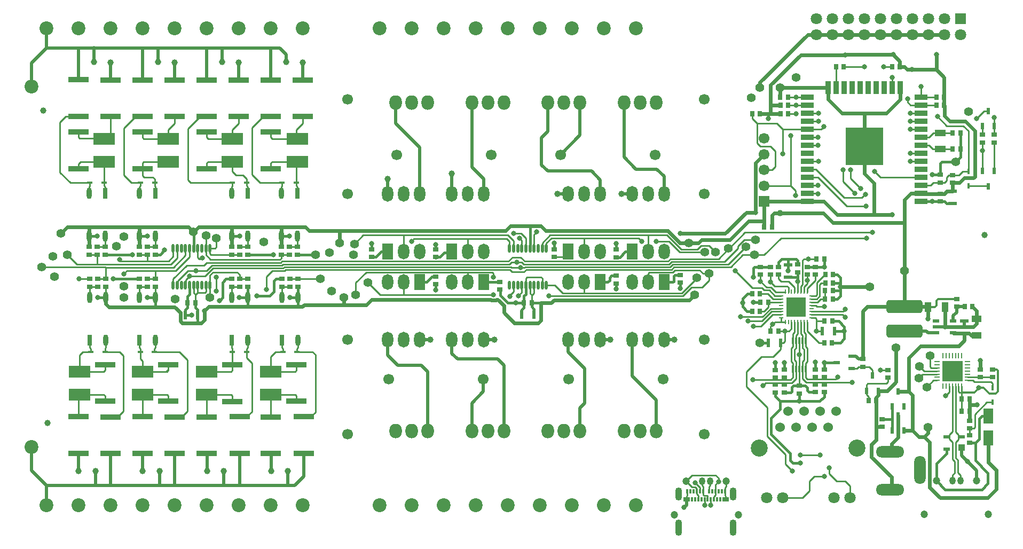
<source format=gtl>
%TF.GenerationSoftware,Altium Limited,Altium Designer,18.1.9 (240)*%
G04 Layer_Physical_Order=1*
G04 Layer_Color=255*
%FSLAX25Y25*%
%MOIN*%
%TF.FileFunction,Copper,L1,Top,Signal*%
%TF.Part,Single*%
G01*
G75*
%TA.AperFunction,SMDPad,CuDef*%
%ADD10C,0.03937*%
%ADD11R,0.01181X0.02756*%
%ADD12R,0.03937X0.02756*%
%ADD13O,0.03150X0.07087*%
%ADD14R,0.03150X0.07087*%
%ADD15R,0.03347X0.02756*%
%ADD16R,0.07874X0.03543*%
%ADD17R,0.03543X0.07874*%
%ADD18R,0.23622X0.23622*%
%ADD19R,0.02362X0.03937*%
%ADD20R,0.12795X0.12795*%
%ADD21O,0.03543X0.00984*%
%ADD22O,0.00984X0.03543*%
%ADD23R,0.00984X0.03543*%
%ADD24O,0.03150X0.00984*%
%ADD25O,0.00984X0.03150*%
%ADD26R,0.12205X0.12205*%
%ADD27R,0.03347X0.01772*%
%ADD28R,0.12795X0.03740*%
%ADD29R,0.13780X0.07677*%
%ADD30R,0.02953X0.03543*%
%ADD31O,0.07008X0.09843*%
%ADD32R,0.07008X0.09843*%
%ADD33O,0.01772X0.05512*%
%ADD34R,0.02165X0.05315*%
%ADD35R,0.02756X0.03347*%
%ADD36R,0.03937X0.02362*%
%ADD37R,0.03937X0.03937*%
%ADD38R,0.06299X0.09252*%
%ADD39R,0.01772X0.03347*%
%ADD40R,0.03543X0.02953*%
G04:AMPARAMS|DCode=41|XSize=82.68mil|YSize=228.35mil|CornerRadius=20.67mil|HoleSize=0mil|Usage=FLASHONLY|Rotation=90.000|XOffset=0mil|YOffset=0mil|HoleType=Round|Shape=RoundedRectangle|*
%AMROUNDEDRECTD41*
21,1,0.08268,0.18701,0,0,90.0*
21,1,0.04134,0.22835,0,0,90.0*
1,1,0.04134,0.09350,0.02067*
1,1,0.04134,0.09350,-0.02067*
1,1,0.04134,-0.09350,-0.02067*
1,1,0.04134,-0.09350,0.02067*
%
%ADD41ROUNDEDRECTD41*%
%ADD42R,0.03937X0.06496*%
%ADD43R,0.05315X0.02165*%
%ADD44R,0.06496X0.03937*%
%ADD45R,0.01260X0.04724*%
%ADD46O,0.01260X0.04724*%
%ADD47R,0.07087X0.03937*%
%TA.AperFunction,Conductor*%
%ADD48C,0.01575*%
%ADD49C,0.02362*%
%ADD50C,0.01000*%
%ADD51C,0.01968*%
%ADD52C,0.01181*%
%ADD53C,0.02165*%
%TA.AperFunction,ComponentPad*%
%ADD54C,0.04724*%
%ADD55O,0.03937X0.04724*%
%ADD56O,0.07087X0.17717*%
%ADD57O,0.17717X0.07087*%
%ADD58O,0.04331X0.08268*%
%ADD59O,0.04331X0.10236*%
%ADD60C,0.06693*%
%ADD61C,0.08661*%
%ADD62R,0.06693X0.06693*%
%TA.AperFunction,ViaPad*%
%ADD63C,0.08661*%
%TA.AperFunction,ComponentPad*%
%ADD64C,0.07087*%
%ADD65R,0.07087X0.07087*%
%ADD66O,0.07874X0.09055*%
%ADD67C,0.06000*%
%ADD68C,0.10630*%
%TA.AperFunction,ViaPad*%
%ADD69C,0.05512*%
%ADD70C,0.03150*%
%ADD71C,0.03937*%
%ADD72C,0.02362*%
%ADD73C,0.02756*%
D10*
X860000Y325000D02*
D03*
X275000Y207500D02*
D03*
X272500Y402500D02*
D03*
D11*
X698054Y164855D02*
D03*
X696086D02*
D03*
X694117D02*
D03*
X692149D02*
D03*
X690180D02*
D03*
X688212D02*
D03*
X695102Y159741D02*
D03*
X693133D02*
D03*
X691165D02*
D03*
X689196D02*
D03*
X687227D02*
D03*
X685259D02*
D03*
X683290D02*
D03*
X681322D02*
D03*
X679354D02*
D03*
X677385D02*
D03*
X674432Y164855D02*
D03*
X676401D02*
D03*
X678369D02*
D03*
X680338D02*
D03*
X682306D02*
D03*
X684275D02*
D03*
D12*
X674039Y159741D02*
D03*
X698448Y159735D02*
D03*
D13*
X311500Y285689D02*
D03*
X301500D02*
D03*
X311500Y259311D02*
D03*
X342496Y285689D02*
D03*
X332496D02*
D03*
X342496Y259311D02*
D03*
X400000Y285689D02*
D03*
X390000D02*
D03*
X400000Y259311D02*
D03*
X431500Y285689D02*
D03*
X421500D02*
D03*
X431500Y259311D02*
D03*
X421000Y324311D02*
D03*
X431000D02*
D03*
X421000Y350689D02*
D03*
X390000D02*
D03*
X400000Y324311D02*
D03*
X390000D02*
D03*
X332496Y350689D02*
D03*
X342496Y324311D02*
D03*
X332496D02*
D03*
X301000Y350689D02*
D03*
X311000Y324311D02*
D03*
X301000D02*
D03*
D14*
X301500Y259311D02*
D03*
X332496D02*
D03*
X390000D02*
D03*
X421500D02*
D03*
X431000Y350689D02*
D03*
X400000D02*
D03*
X342496D02*
D03*
X311000D02*
D03*
D15*
X557500Y295413D02*
D03*
Y290689D02*
D03*
X630000Y315724D02*
D03*
Y311000D02*
D03*
Y294655D02*
D03*
Y299379D02*
D03*
X670000Y295155D02*
D03*
Y299880D02*
D03*
X591500Y315811D02*
D03*
Y311087D02*
D03*
X517500Y315909D02*
D03*
Y311185D02*
D03*
Y294189D02*
D03*
Y298913D02*
D03*
X477500Y315909D02*
D03*
Y311185D02*
D03*
X431000Y312638D02*
D03*
Y317362D02*
D03*
X421500Y297362D02*
D03*
Y292638D02*
D03*
X390000Y297362D02*
D03*
Y292638D02*
D03*
X400000Y312638D02*
D03*
Y317362D02*
D03*
X332496Y297362D02*
D03*
Y292638D02*
D03*
X342500Y312638D02*
D03*
Y317362D02*
D03*
X311000Y312638D02*
D03*
Y317362D02*
D03*
X301500Y297362D02*
D03*
Y292638D02*
D03*
X850799Y195138D02*
D03*
Y199862D02*
D03*
Y204276D02*
D03*
Y209000D02*
D03*
X865000Y236107D02*
D03*
Y240832D02*
D03*
X842591Y280161D02*
D03*
Y284885D02*
D03*
X799866Y240592D02*
D03*
Y235868D02*
D03*
X783929Y242638D02*
D03*
Y247362D02*
D03*
X796000Y205205D02*
D03*
Y209929D02*
D03*
X729512Y231403D02*
D03*
Y226679D02*
D03*
Y235858D02*
D03*
Y240582D02*
D03*
X759991Y236107D02*
D03*
Y240832D02*
D03*
Y231562D02*
D03*
Y226838D02*
D03*
X754516Y304862D02*
D03*
Y300138D02*
D03*
X749386Y304862D02*
D03*
Y300138D02*
D03*
X731516Y304862D02*
D03*
Y300138D02*
D03*
X726499Y304862D02*
D03*
Y300138D02*
D03*
X720154Y304862D02*
D03*
Y300138D02*
D03*
X858733Y387362D02*
D03*
Y382638D02*
D03*
X866240Y382638D02*
D03*
Y387362D02*
D03*
X839972Y357500D02*
D03*
Y362224D02*
D03*
X306000Y317362D02*
D03*
Y312638D02*
D03*
X337500Y317362D02*
D03*
Y312638D02*
D03*
X395000Y317362D02*
D03*
Y312638D02*
D03*
Y292638D02*
D03*
Y297362D02*
D03*
X426500Y292638D02*
D03*
Y297362D02*
D03*
X337500Y292638D02*
D03*
Y297362D02*
D03*
X426000Y317362D02*
D03*
Y312638D02*
D03*
X306500Y297362D02*
D03*
Y292638D02*
D03*
D16*
X749508Y345827D02*
D03*
Y350827D02*
D03*
Y355827D02*
D03*
Y360827D02*
D03*
Y365827D02*
D03*
Y370827D02*
D03*
Y375827D02*
D03*
Y380827D02*
D03*
Y385827D02*
D03*
Y390827D02*
D03*
Y395827D02*
D03*
Y400827D02*
D03*
Y405827D02*
D03*
Y410827D02*
D03*
X820492D02*
D03*
Y405827D02*
D03*
Y400827D02*
D03*
Y395827D02*
D03*
Y390827D02*
D03*
Y385827D02*
D03*
Y380827D02*
D03*
Y375827D02*
D03*
Y370827D02*
D03*
Y365827D02*
D03*
Y360827D02*
D03*
Y355827D02*
D03*
Y350827D02*
D03*
Y345827D02*
D03*
D17*
X762500Y416693D02*
D03*
X767500D02*
D03*
X772500D02*
D03*
X777500D02*
D03*
X782500D02*
D03*
X787500D02*
D03*
X792500D02*
D03*
X797500D02*
D03*
X802500D02*
D03*
X807500D02*
D03*
D18*
X785000Y380079D02*
D03*
D19*
X862500Y402224D02*
D03*
X866240Y392776D02*
D03*
X858760D02*
D03*
X790000Y237112D02*
D03*
X793740Y227663D02*
D03*
X786260D02*
D03*
X806000Y227224D02*
D03*
X809740Y217776D02*
D03*
X802260D02*
D03*
X806000Y212224D02*
D03*
X809740Y202776D02*
D03*
X802260D02*
D03*
X862500Y355276D02*
D03*
X858760Y364724D02*
D03*
X866240D02*
D03*
D20*
X839972Y239966D02*
D03*
D21*
X830523Y234061D02*
D03*
Y236029D02*
D03*
Y237998D02*
D03*
Y239966D02*
D03*
Y241934D02*
D03*
Y243903D02*
D03*
Y245871D02*
D03*
X849421D02*
D03*
Y243903D02*
D03*
Y241934D02*
D03*
Y239966D02*
D03*
Y237998D02*
D03*
Y236029D02*
D03*
Y234061D02*
D03*
D22*
X834067Y249415D02*
D03*
X836035D02*
D03*
X838004D02*
D03*
X839972D02*
D03*
X841941D02*
D03*
X843909D02*
D03*
X845878D02*
D03*
Y230517D02*
D03*
X843909D02*
D03*
X841941D02*
D03*
X839972D02*
D03*
X838004D02*
D03*
X836035D02*
D03*
D23*
X834067D02*
D03*
D24*
X751965Y273110D02*
D03*
Y275079D02*
D03*
Y277047D02*
D03*
Y279016D02*
D03*
Y280984D02*
D03*
Y282953D02*
D03*
Y284921D02*
D03*
Y286890D02*
D03*
X733067D02*
D03*
Y284921D02*
D03*
Y282953D02*
D03*
Y280984D02*
D03*
Y279016D02*
D03*
Y277047D02*
D03*
Y275079D02*
D03*
Y273110D02*
D03*
D25*
X749405Y289449D02*
D03*
X747437D02*
D03*
X745469D02*
D03*
X743500D02*
D03*
X741532D02*
D03*
X739563D02*
D03*
X737595D02*
D03*
X735626D02*
D03*
Y270551D02*
D03*
X737595D02*
D03*
X739563D02*
D03*
X741532D02*
D03*
X743500D02*
D03*
X745469D02*
D03*
X747437D02*
D03*
X749405D02*
D03*
D26*
X742516Y280000D02*
D03*
D27*
X310429Y357500D02*
D03*
X301571D02*
D03*
X341929D02*
D03*
X333071D02*
D03*
X430429D02*
D03*
X421571D02*
D03*
X399429D02*
D03*
X390571D02*
D03*
X310929Y252000D02*
D03*
X302071D02*
D03*
X430851D02*
D03*
X421993D02*
D03*
X399351D02*
D03*
X390493D02*
D03*
X341847D02*
D03*
X332989D02*
D03*
D28*
X294500Y366281D02*
D03*
Y389115D02*
D03*
X334429Y366352D02*
D03*
Y389186D02*
D03*
X374500Y366281D02*
D03*
Y389115D02*
D03*
X414500Y366281D02*
D03*
Y389115D02*
D03*
X311000Y221083D02*
D03*
Y243917D02*
D03*
X430500Y221083D02*
D03*
Y243917D02*
D03*
X390571Y221012D02*
D03*
Y243847D02*
D03*
X350500Y221083D02*
D03*
Y243917D02*
D03*
X334500Y188583D02*
D03*
Y211417D02*
D03*
X434500Y398781D02*
D03*
Y421615D02*
D03*
X414500Y398793D02*
D03*
Y421627D02*
D03*
X394500Y398781D02*
D03*
Y421615D02*
D03*
X374465Y398816D02*
D03*
Y421651D02*
D03*
X354429Y398781D02*
D03*
Y421615D02*
D03*
X334500Y398840D02*
D03*
Y421674D02*
D03*
X314429Y398852D02*
D03*
Y421686D02*
D03*
X294500Y398863D02*
D03*
Y421698D02*
D03*
X435000Y211417D02*
D03*
Y188583D02*
D03*
X414571Y211347D02*
D03*
Y188512D02*
D03*
X395000Y211417D02*
D03*
Y188583D02*
D03*
X374571Y211347D02*
D03*
Y188512D02*
D03*
X354571Y211280D02*
D03*
Y188445D02*
D03*
X314571Y211347D02*
D03*
Y188512D02*
D03*
X294500Y211417D02*
D03*
Y188583D02*
D03*
D29*
X310500Y384883D02*
D03*
Y370513D02*
D03*
X350429Y384954D02*
D03*
Y370584D02*
D03*
X390500Y384883D02*
D03*
Y370513D02*
D03*
X431000Y384883D02*
D03*
Y370513D02*
D03*
X295000Y225315D02*
D03*
Y239685D02*
D03*
X414500Y239685D02*
D03*
Y225315D02*
D03*
X374571Y239614D02*
D03*
Y225244D02*
D03*
X334500Y239685D02*
D03*
Y225315D02*
D03*
D30*
X722555Y330000D02*
D03*
X727476D02*
D03*
X577461Y282500D02*
D03*
X572539D02*
D03*
X367461D02*
D03*
X362539D02*
D03*
X732579Y410877D02*
D03*
X737500D02*
D03*
X850799Y215000D02*
D03*
X845878D02*
D03*
X850799Y222500D02*
D03*
X845878D02*
D03*
X720094Y282953D02*
D03*
X725016D02*
D03*
X764976Y271110D02*
D03*
X760055D02*
D03*
X765488Y290098D02*
D03*
X760567D02*
D03*
X765488Y284953D02*
D03*
X760567D02*
D03*
X726555Y265000D02*
D03*
X731476D02*
D03*
X840039Y388500D02*
D03*
X844961D02*
D03*
X840067Y378579D02*
D03*
X844988D02*
D03*
D31*
X620000Y350413D02*
D03*
X610000D02*
D03*
X600000D02*
D03*
X620000Y314587D02*
D03*
X610000D02*
D03*
X660000Y350413D02*
D03*
X650000D02*
D03*
X640000D02*
D03*
X660000Y314587D02*
D03*
X650000D02*
D03*
X640000Y259587D02*
D03*
X650000D02*
D03*
X660000D02*
D03*
X640000Y295413D02*
D03*
X650000D02*
D03*
X600000Y259587D02*
D03*
X610000D02*
D03*
X620000D02*
D03*
X600000Y295413D02*
D03*
X610000D02*
D03*
X527500Y259587D02*
D03*
X537500D02*
D03*
X547500D02*
D03*
X527500Y295413D02*
D03*
X537500D02*
D03*
X487500Y259587D02*
D03*
X497500D02*
D03*
X507500D02*
D03*
X487500Y295413D02*
D03*
X497500D02*
D03*
X507500Y350512D02*
D03*
X497500D02*
D03*
X487500D02*
D03*
X507500Y314685D02*
D03*
X497500D02*
D03*
X547500Y350413D02*
D03*
X537500D02*
D03*
X527500D02*
D03*
X547500Y314587D02*
D03*
X537500D02*
D03*
D32*
X600000D02*
D03*
X640000D02*
D03*
X660000Y295413D02*
D03*
X620000D02*
D03*
X547500D02*
D03*
X507500D02*
D03*
X487500Y314685D02*
D03*
X527500Y314587D02*
D03*
D33*
X563484Y293386D02*
D03*
X566043D02*
D03*
X568602D02*
D03*
X571161D02*
D03*
X573721D02*
D03*
X576279D02*
D03*
X578839D02*
D03*
X581398D02*
D03*
X583957D02*
D03*
X586516D02*
D03*
X563484Y316614D02*
D03*
X566043D02*
D03*
X568602D02*
D03*
X571161D02*
D03*
X573721D02*
D03*
X576279D02*
D03*
X578839D02*
D03*
X581398D02*
D03*
X583957D02*
D03*
X586516D02*
D03*
X376516D02*
D03*
X373957D02*
D03*
X371398D02*
D03*
X368839D02*
D03*
X366280D02*
D03*
X363720D02*
D03*
X361161D02*
D03*
X358602D02*
D03*
X356043D02*
D03*
X353484D02*
D03*
X376516Y293386D02*
D03*
X373957D02*
D03*
X371398D02*
D03*
X368839D02*
D03*
X366280D02*
D03*
X363720D02*
D03*
X361161D02*
D03*
X358602D02*
D03*
X356043D02*
D03*
X353484D02*
D03*
D34*
X571161Y275079D02*
D03*
X578839D02*
D03*
X361087Y274913D02*
D03*
X368764D02*
D03*
X732854Y257500D02*
D03*
X725177D02*
D03*
X758661Y265000D02*
D03*
X766339D02*
D03*
D35*
X807224Y430000D02*
D03*
X802500D02*
D03*
X767500D02*
D03*
X772224D02*
D03*
X737394Y405827D02*
D03*
X732670D02*
D03*
X715138Y400500D02*
D03*
X719862D02*
D03*
X852453Y280146D02*
D03*
X847728D02*
D03*
X792361Y221551D02*
D03*
X787637D02*
D03*
X765350Y294935D02*
D03*
X760626D02*
D03*
X759977Y309922D02*
D03*
X755252D02*
D03*
X715154Y277325D02*
D03*
X719878D02*
D03*
X715193Y288228D02*
D03*
X719917D02*
D03*
X764892Y257500D02*
D03*
X760167D02*
D03*
X765362Y300138D02*
D03*
X760638D02*
D03*
X834862Y410815D02*
D03*
X830138D02*
D03*
X732670Y400500D02*
D03*
X737394D02*
D03*
X834862Y405827D02*
D03*
X830138D02*
D03*
D36*
X836276Y191260D02*
D03*
Y198740D02*
D03*
X845724D02*
D03*
X829677Y271209D02*
D03*
Y267469D02*
D03*
Y263728D02*
D03*
X840504D02*
D03*
Y271209D02*
D03*
X767807Y245349D02*
D03*
X777256Y249089D02*
D03*
Y241609D02*
D03*
D37*
X845724Y192047D02*
D03*
D38*
X862500Y198201D02*
D03*
Y211799D02*
D03*
D39*
X865000Y229429D02*
D03*
Y220571D02*
D03*
X850000Y355571D02*
D03*
Y364429D02*
D03*
D40*
X857500Y240997D02*
D03*
Y236076D02*
D03*
X754497Y240997D02*
D03*
Y236076D02*
D03*
Y226738D02*
D03*
Y231659D02*
D03*
X734941Y226537D02*
D03*
Y231458D02*
D03*
X734965Y240734D02*
D03*
Y235813D02*
D03*
X744484Y230846D02*
D03*
Y225925D02*
D03*
X743500Y306583D02*
D03*
Y301661D02*
D03*
X832500Y362461D02*
D03*
Y357539D02*
D03*
Y345765D02*
D03*
Y350687D02*
D03*
X301000Y317461D02*
D03*
Y312539D02*
D03*
X332496Y317461D02*
D03*
Y312539D02*
D03*
X390000Y317461D02*
D03*
Y312539D02*
D03*
X400000Y292539D02*
D03*
Y297461D02*
D03*
X431500Y292539D02*
D03*
Y297461D02*
D03*
X342496Y292539D02*
D03*
Y297461D02*
D03*
X421000Y317461D02*
D03*
Y312539D02*
D03*
X311500Y297461D02*
D03*
Y292539D02*
D03*
D41*
X810000Y264791D02*
D03*
Y280146D02*
D03*
D42*
X835307Y279969D02*
D03*
X824874D02*
D03*
D43*
X847559Y263630D02*
D03*
Y271307D02*
D03*
X737516Y298661D02*
D03*
Y306339D02*
D03*
X840000Y352065D02*
D03*
Y344388D02*
D03*
D44*
X855091Y272685D02*
D03*
Y262252D02*
D03*
D45*
X740547Y241330D02*
D03*
D46*
X742516D02*
D03*
X744484D02*
D03*
X746453D02*
D03*
X748421D02*
D03*
X740547Y258810D02*
D03*
X742516D02*
D03*
X744484D02*
D03*
X746453D02*
D03*
X748421D02*
D03*
D47*
X832500Y388421D02*
D03*
Y378579D02*
D03*
D48*
X862244Y169801D02*
Y176146D01*
X858443Y166000D02*
X862244Y169801D01*
X835579Y166000D02*
X858443D01*
X830079Y171500D02*
X835579Y166000D01*
X830079Y171500D02*
Y182241D01*
X770032Y292572D02*
Y295000D01*
Y289605D02*
Y292572D01*
X772532Y260032D02*
Y265000D01*
X366280Y316614D02*
Y327010D01*
X670000Y291500D02*
Y295155D01*
X630000Y291226D02*
Y294655D01*
X384522Y285866D02*
Y295339D01*
X382656Y284000D02*
X384522Y285866D01*
X382419Y284000D02*
X382656D01*
X557738Y287329D02*
Y290451D01*
Y287329D02*
X562567Y282500D01*
X557500Y290689D02*
X557738Y290451D01*
X830079Y182241D02*
X836276Y188438D01*
X854276Y184114D02*
X862244Y176146D01*
X854276Y184114D02*
Y195138D01*
X740790Y230846D02*
X744484D01*
X739780Y229836D02*
X740790Y230846D01*
X368764Y270000D02*
Y274913D01*
X361174Y275000D02*
X365000D01*
X361087Y274913D02*
Y278148D01*
X626000Y296545D02*
Y298296D01*
X624868Y295413D02*
X626000Y296545D01*
X620000Y295413D02*
X624868D01*
X627084Y299379D02*
X630000D01*
X626000Y298296D02*
X627084Y299379D01*
X431500Y280187D02*
Y285689D01*
X426422D02*
X431500D01*
X400000Y280187D02*
Y285689D01*
X366280Y327010D02*
Y327445D01*
X342496Y280000D02*
Y284311D01*
X390000Y324311D02*
X395078D01*
X421000D02*
X426078D01*
X332496D02*
X337475D01*
X332397D02*
X332496D01*
X301000Y324311D02*
X306078D01*
X301000D02*
X301000D01*
X431500Y285689D02*
Y292539D01*
X400000Y285689D02*
Y292539D01*
X316098Y297362D02*
X332496D01*
X394922Y285689D02*
X400000D01*
X306422D02*
X311500D01*
X337418D02*
X342496D01*
X583000Y282500D02*
X583518D01*
X577461D02*
X583000D01*
X562567D02*
X567500D01*
X572539D01*
X517500Y292000D02*
Y294189D01*
X515141Y298913D02*
X517500D01*
X511641Y295413D02*
X515141Y298913D01*
X507500Y295413D02*
X511641D01*
X517500Y315909D02*
Y319000D01*
X483482Y314685D02*
X487500D01*
X479982Y311185D02*
X483482Y314685D01*
X477500Y311185D02*
X479982D01*
X527402Y313803D02*
Y314685D01*
X517500Y310685D02*
X518000Y311185D01*
X522874Y313803D02*
X527402D01*
X520256Y311185D02*
X522874Y313803D01*
X518000Y311185D02*
X520256D01*
X576279Y316614D02*
Y330500D01*
X635783Y314500D02*
X639913D01*
X632283Y311000D02*
X635783Y314500D01*
X630000Y311000D02*
X632283D01*
X666000Y299161D02*
X666718Y299880D01*
X670000D01*
X660000Y295413D02*
X665413D01*
X666000Y296000D01*
Y299161D01*
X854276Y195138D02*
X856791Y197653D01*
X858299Y211799D02*
X862500D01*
X856791Y210291D02*
X858299Y211799D01*
X856791Y197653D02*
Y210291D01*
X726838Y200661D02*
X738865Y188633D01*
Y184135D02*
Y188633D01*
Y184135D02*
X740500Y182500D01*
X726838Y200661D02*
Y210468D01*
X833454Y370584D02*
X842084D01*
X844988Y373488D01*
X832500Y369630D02*
X833454Y370584D01*
X725000Y397500D02*
Y400500D01*
X836276Y188438D02*
Y191260D01*
X477500Y315909D02*
Y319500D01*
X431000Y312638D02*
X442402D01*
X591500Y315839D02*
Y319811D01*
X630000Y315724D02*
Y319654D01*
X578839Y275079D02*
Y278677D01*
X577461Y280055D02*
X578839Y278677D01*
X577461Y280055D02*
Y282500D01*
X572539Y279555D02*
Y282500D01*
X571161Y278177D02*
X572539Y279555D01*
X571161Y275079D02*
Y278177D01*
X572539Y282500D02*
Y286803D01*
X573721Y287984D01*
Y293386D01*
X547500Y295413D02*
X557500D01*
X405627Y286764D02*
X413705D01*
X416346Y289405D01*
Y296092D01*
X417616Y297362D01*
X421500D01*
X384522Y295339D02*
X386545Y297362D01*
X390000D01*
X400000Y312638D02*
X416000D01*
X345342D02*
X348176Y315472D01*
X342500Y312638D02*
X345342D01*
X311000D02*
X328039D01*
X368764Y274913D02*
Y278293D01*
X367461Y279596D02*
X368764Y278293D01*
X367461Y279596D02*
Y282500D01*
X362539Y279601D02*
Y282500D01*
X361087Y278148D02*
X362539Y279601D01*
Y282500D02*
Y286539D01*
X363720Y287720D01*
Y293386D01*
X850799Y195138D02*
X854276D01*
X802260Y209929D02*
Y217776D01*
Y202776D02*
Y209929D01*
X796000D02*
X802260D01*
X759991Y245332D02*
X767790D01*
X740500Y182500D02*
X744994D01*
X726838Y210468D02*
X732420Y216051D01*
Y221235D01*
X772532Y265000D02*
Y267648D01*
X772432Y264900D02*
X772532Y265000D01*
X766368Y264900D02*
X772432D01*
X764892Y257500D02*
X770000D01*
X772532Y260032D01*
X719862Y257500D02*
X725177D01*
X711707Y277325D02*
X715154D01*
X709000Y280031D02*
X711707Y277325D01*
X709000Y280031D02*
Y282563D01*
X711969Y288228D02*
X715193D01*
X709000Y285259D02*
X711969Y288228D01*
X709000Y282563D02*
Y285259D01*
X734965Y240734D02*
Y245234D01*
X754497Y240997D02*
Y245497D01*
X759991Y240832D02*
Y245332D01*
X729512Y240582D02*
Y245082D01*
X732420Y221235D02*
X744484D01*
X757230D01*
X744484Y221576D02*
Y225925D01*
X759991Y223996D02*
Y226838D01*
X757230Y221235D02*
X759991Y223996D01*
X729512Y224143D02*
X732420Y221235D01*
X729512Y224143D02*
Y226679D01*
X750526Y226738D02*
X754497D01*
X749386Y227878D02*
X750526Y226738D01*
X749386Y227878D02*
Y229513D01*
X734941Y226537D02*
X739074D01*
X739780Y227242D01*
Y229836D01*
X748052Y230846D02*
X749386Y229513D01*
X744484Y230846D02*
X748052D01*
X769070Y271110D02*
X772532Y267648D01*
X764976Y271110D02*
X769070D01*
X770032Y286847D02*
Y289605D01*
X769540Y290098D02*
X770032Y289605D01*
X765488Y290098D02*
X769540D01*
X770032Y295000D02*
Y298342D01*
X769966Y294935D02*
X770032Y295000D01*
X765350Y294935D02*
X769966D01*
X765488Y284953D02*
X768138D01*
X770032Y286847D01*
X768236Y300138D02*
X770032Y298342D01*
X765362Y300138D02*
X768236D01*
X759977Y304862D02*
Y309922D01*
Y304862D02*
X760055Y304941D01*
X737516Y306339D02*
Y310000D01*
X742378D01*
X733504D02*
X737516D01*
X731516Y304862D02*
Y308012D01*
X733504Y310000D01*
X737487Y306310D02*
X737516Y306339D01*
X737487Y302500D02*
Y306310D01*
X715685Y298500D02*
Y304173D01*
X716374Y304862D01*
X720154D01*
X726499D01*
X743500Y306583D02*
Y308878D01*
X742378Y310000D02*
X743500Y308878D01*
X715662Y282953D02*
X720094D01*
X743500Y298661D02*
Y301661D01*
X737516Y298661D02*
X743500D01*
X754516Y304862D02*
X759977D01*
X749386D02*
X754516D01*
X743500Y295956D02*
Y298661D01*
X844988Y373488D02*
Y378579D01*
X832500Y362461D02*
Y369630D01*
X844961Y378606D02*
X844988Y378579D01*
X844961Y378606D02*
Y388500D01*
X827500Y362461D02*
X832500D01*
X827500Y345765D02*
X832500D01*
X820553D02*
X827500D01*
X836505Y344388D02*
X840000D01*
X835127Y345765D02*
X836505Y344388D01*
X832500Y345765D02*
X835127D01*
X820492Y345827D02*
X820553Y345765D01*
D49*
X822472Y198776D02*
X825660Y195588D01*
Y167340D02*
Y195588D01*
Y167340D02*
X832291Y160709D01*
X802000Y166000D02*
Y173705D01*
X798815Y400968D02*
X807500Y409653D01*
X785000Y400968D02*
X798815D01*
X771114D02*
X785000D01*
X762500Y409583D02*
X771114Y400968D01*
X719862Y416693D02*
Y420177D01*
X726362Y418362D02*
X745350Y437350D01*
X726362Y405827D02*
Y418362D01*
X745350Y437350D02*
X773138D01*
X719862Y420177D02*
X749687Y450002D01*
X755032D01*
X591331Y284331D02*
X675889D01*
X589500Y282500D02*
X591331Y284331D01*
X555400Y284500D02*
X556250D01*
X554935Y284035D02*
X555400Y284500D01*
X552065Y284035D02*
X554935D01*
X551600Y284500D02*
X552065Y284035D01*
X477295Y284500D02*
X551600D01*
X556250D02*
X560000Y280750D01*
Y276579D02*
Y280750D01*
Y276579D02*
X566579Y270000D01*
X581500D01*
X792361Y205000D02*
Y221551D01*
Y196929D02*
Y205000D01*
X792566Y205205D02*
X796000D01*
X789528Y186176D02*
X802000Y173705D01*
X789528Y186176D02*
Y194096D01*
X792361Y196929D01*
X806000Y198500D02*
Y207500D01*
X802000Y194500D02*
X806000Y198500D01*
X802000Y189622D02*
Y194500D01*
X806000Y207500D02*
Y212224D01*
X832291Y160709D02*
X861953D01*
X867362Y166118D01*
Y178138D01*
X698203Y325689D02*
X711514Y339000D01*
X717000D01*
X717083Y339083D01*
Y369882D01*
X722555Y375354D01*
X675558Y320000D02*
X681535D01*
X683535Y322000D01*
X701056D01*
X670000Y325689D02*
X698203D01*
X701056Y322000D02*
X712704Y333648D01*
X368764Y270000D02*
X371113D01*
X359075D02*
X368764D01*
X373000Y271887D02*
Y277500D01*
X371113Y270000D02*
X373000Y271887D01*
X358000Y271075D02*
X359075Y270000D01*
X358000Y271075D02*
Y276500D01*
X354500Y280000D02*
X358000Y276500D01*
X373000Y277500D02*
X375687Y280187D01*
X400000D01*
X342496Y280000D02*
X354500D01*
X431500Y280187D02*
X434183D01*
X400000D02*
X431500D01*
X435303Y281307D02*
X460000D01*
X434183Y280187D02*
X435303Y281307D01*
X460000D02*
Y285953D01*
X474102Y281307D02*
X477295Y284500D01*
X460000Y281307D02*
X474102D01*
X283500Y326000D02*
X287500Y330000D01*
X301000D01*
X438463Y327533D02*
X561033D01*
X435996Y330000D02*
X438463Y327533D01*
X421000Y330000D02*
X435996D01*
X363224D02*
X366247Y326977D01*
X366280Y327010D02*
X369270Y330000D01*
X366247Y326977D02*
X366280Y327010D01*
X313500Y280000D02*
X342496D01*
X311500Y282000D02*
X313500Y280000D01*
X311500Y282000D02*
Y284311D01*
X421000Y324311D02*
Y330000D01*
X390000D02*
X421000D01*
X369270D02*
X390000D01*
Y324311D02*
Y330000D01*
X301000D02*
X332496D01*
X301000Y325689D02*
Y330000D01*
X332496D02*
X363224D01*
X421000Y317461D02*
Y324311D01*
X390000Y317461D02*
Y324311D01*
X332496D02*
Y325689D01*
Y317461D02*
Y324311D01*
X301000D02*
Y325689D01*
Y324311D02*
Y324311D01*
Y317461D02*
Y324311D01*
X332496Y325689D02*
Y330000D01*
X583518Y282500D02*
X589500D01*
X583000Y271500D02*
Y282500D01*
X581500Y270000D02*
X583000Y271500D01*
X675889Y284331D02*
X679058Y287500D01*
X561033Y327533D02*
X564000Y330500D01*
X457500Y322357D02*
Y327477D01*
X564000Y330500D02*
X576279D01*
X583000D01*
X586000Y327500D01*
X662402D01*
X669902Y320000D02*
X675558D01*
X662402Y327500D02*
X669902Y320000D01*
X812776Y227224D02*
Y248276D01*
X820130Y255630D01*
X844083D01*
X847559Y259106D01*
Y263630D01*
X850799Y209000D02*
Y215000D01*
X862500Y183000D02*
X867362Y178138D01*
X862500Y183000D02*
Y198201D01*
X824878Y201181D02*
Y205000D01*
X822472Y198776D02*
X824878Y201181D01*
X819000Y198776D02*
X822472D01*
X815000Y202776D02*
Y225000D01*
X850799Y219000D02*
Y222500D01*
Y215000D02*
Y219000D01*
X810000Y302468D02*
Y332500D01*
Y280146D02*
Y302468D01*
X770032Y292572D02*
X788500D01*
X725000Y400500D02*
X726362D01*
X719862D02*
X725000D01*
X726362D02*
Y405827D01*
X732579Y410877D02*
Y416693D01*
X712704Y333648D02*
X722555D01*
X857500Y240997D02*
Y246519D01*
X850799Y219000D02*
X855276D01*
X824874Y272504D02*
Y279969D01*
X783929Y247362D02*
Y277173D01*
X786902Y280146D01*
X810000D01*
X799378Y227663D02*
X804878Y233162D01*
X793740Y227663D02*
X799378D01*
X804878Y233162D02*
Y254500D01*
X815000Y202776D02*
X819000Y198776D01*
X835307Y267469D02*
Y279969D01*
Y267469D02*
X847560D01*
X732579Y416693D02*
X762500D01*
X847493Y360500D02*
X853158D01*
X844493Y357500D02*
X847493Y360500D01*
X839972Y357500D02*
X844493D01*
X853158Y360500D02*
X854000Y361342D01*
X838307Y395827D02*
X848024D01*
X835020Y399114D02*
X838307Y395827D01*
X835020Y399114D02*
Y405669D01*
X834862Y405827D02*
X835020Y405669D01*
X848024Y395827D02*
X854000Y389850D01*
X811819Y428130D02*
X814717D01*
X809949Y430000D02*
X811819Y428130D01*
X807224Y430000D02*
X809949D01*
X791000Y337500D02*
X802362D01*
X791000D02*
Y357309D01*
X768175Y337500D02*
X791000D01*
X813934Y350827D02*
X820492D01*
X810000Y346893D02*
X813934Y350827D01*
X759848Y345827D02*
X768175Y337500D01*
X749508Y345827D02*
X759848D01*
X728836Y338474D02*
X732421D01*
X727476Y337114D02*
X728836Y338474D01*
X727476Y330000D02*
Y337114D01*
X810000Y332500D02*
Y346893D01*
X765351Y332500D02*
X810000D01*
X759376Y338474D02*
X765351Y332500D01*
X732421Y338474D02*
X759376D01*
X722555Y330000D02*
Y333648D01*
Y345827D01*
X726362Y405827D02*
X732670D01*
X785000Y363309D02*
Y380079D01*
Y363309D02*
X791000Y357309D01*
X762500Y409583D02*
Y416693D01*
X785000Y380079D02*
Y400968D01*
X807500Y409653D02*
Y416693D01*
X726362Y400500D02*
X732670D01*
X722555Y345827D02*
X749508D01*
X301000Y325689D02*
X301000Y325689D01*
X332496Y325689D02*
X332685Y325878D01*
X830087Y428130D02*
X834862Y423354D01*
Y410815D02*
Y423354D01*
X830087Y428130D02*
Y437425D01*
X814717Y428130D02*
X830087D01*
X854000Y361342D02*
Y389850D01*
X839972Y352092D02*
X840000Y352065D01*
X839972Y352092D02*
Y357500D01*
X847559Y263630D02*
X850490D01*
X851868Y262252D01*
X855091D01*
X840504Y263728D02*
X840602Y263630D01*
X847559D01*
X852453Y280146D02*
X855091Y277508D01*
Y272685D02*
Y277508D01*
X847560Y267469D02*
X853122D01*
X855091Y269437D02*
Y272685D01*
X853122Y267469D02*
X855091Y269437D01*
X810000Y280146D02*
X824697D01*
X809740Y202776D02*
X815000D01*
X812776Y227224D02*
X815000Y225000D01*
X806000Y227224D02*
X812776D01*
X795898Y205103D02*
X796000Y205205D01*
X793740Y224955D02*
Y227663D01*
X792362Y223577D02*
X793740Y224955D01*
X792362Y222500D02*
Y223577D01*
X834862Y405827D02*
Y410815D01*
X836565Y352065D02*
X840000D01*
X835187Y350687D02*
X836565Y352065D01*
X832500Y350687D02*
X835187D01*
X820632D02*
X832500D01*
X820492Y350827D02*
X820632Y350687D01*
X773138Y437350D02*
X773213Y437425D01*
X803000D01*
X807224Y433201D01*
Y430000D02*
Y433201D01*
X775032Y450002D02*
X785032D01*
X765032D02*
X775032D01*
X755032D02*
X765032D01*
X825032D02*
X835032D01*
X815032D02*
X825032D01*
X805032D02*
X815032D01*
X795032D02*
X805032D01*
X785032D02*
X795032D01*
D50*
X733165Y270650D02*
X735626D01*
X733165D02*
Y273110D01*
X838000Y197500D02*
Y200134D01*
X840079Y174947D02*
X840079Y171500D01*
X840079Y174947D02*
X841582Y176450D01*
X843756Y197256D02*
Y200118D01*
X845067Y174926D02*
X845067Y171500D01*
X843582Y176411D02*
X845067Y174926D01*
X843582Y184247D02*
X843582Y176411D01*
X841582Y183418D02*
X841582Y176450D01*
X709232Y312359D02*
X722415D01*
X747437Y289449D02*
Y292435D01*
Y289350D02*
Y289449D01*
X737595D02*
Y292212D01*
Y289350D02*
Y289449D01*
X751965Y280984D02*
X754781D01*
X751866D02*
X751965D01*
X749508Y395827D02*
X756277D01*
X758175Y390827D02*
X759848Y392500D01*
X729608Y289350D02*
X735626D01*
X679733Y297297D02*
X681500D01*
X610000Y288500D02*
X670936D01*
X610000D02*
Y295413D01*
X670936Y288500D02*
X679733Y297297D01*
X588000Y286791D02*
X671644Y286791D01*
X380429Y290658D02*
Y298410D01*
X475112Y295026D02*
X482638Y287500D01*
X553500D01*
X842000Y185828D02*
X843582Y184247D01*
X840000Y185000D02*
X841582Y183418D01*
X792361Y205000D02*
X792566Y205205D01*
X693939Y170959D02*
Y173064D01*
X692192Y174811D02*
X693939Y173064D01*
X677353Y174811D02*
X692192D01*
X674432Y162213D02*
Y164855D01*
X674039Y161819D02*
X674432Y162213D01*
X674039Y159741D02*
Y161819D01*
X672464Y154741D02*
Y154772D01*
X685263Y156241D02*
Y159737D01*
X698448Y159735D02*
Y161859D01*
X698054Y162252D02*
X698448Y161859D01*
X698054Y162252D02*
Y164855D01*
X698763Y167741D02*
Y171241D01*
X698054Y167032D02*
X698763Y167741D01*
X698054Y164855D02*
Y167032D01*
X692149Y169168D02*
X693939Y170959D01*
X692149Y164855D02*
Y169168D01*
X689196Y156241D02*
Y159741D01*
Y158914D02*
Y159741D01*
X673783Y171241D02*
X677582Y167442D01*
X683783Y168400D02*
X684275Y167908D01*
X683783Y168400D02*
Y171241D01*
X684275Y164855D02*
Y167908D01*
X682306Y164855D02*
Y167060D01*
X679263Y170103D02*
X682306Y167060D01*
X688771Y168467D02*
Y171241D01*
X688212Y167908D02*
X688771Y168467D01*
X688212Y164855D02*
Y167908D01*
X679460Y167442D02*
X680338Y166565D01*
Y164855D02*
Y166565D01*
X677582Y167442D02*
X679460D01*
X673783Y171241D02*
X677353Y174811D01*
X685259Y159741D02*
X685263Y159737D01*
X684676Y162327D02*
X686944D01*
X684275Y162729D02*
X684676Y162327D01*
X684275Y162729D02*
Y164855D01*
X687227Y159741D02*
Y162044D01*
X686944Y162327D02*
X687227Y162044D01*
X691165Y159741D02*
Y161668D01*
X692149Y162652D01*
Y164855D01*
X681322Y159741D02*
Y162044D01*
X680338Y163028D02*
X681322Y162044D01*
X680338Y163028D02*
Y164855D01*
X720780Y248780D02*
X728237D01*
X711500Y239500D02*
X720780Y248780D01*
X711500Y230242D02*
Y239500D01*
X724425Y199219D02*
Y217317D01*
X711500Y230242D02*
X724425Y217317D01*
X739815Y232652D02*
X742516Y235352D01*
X723584Y232652D02*
X739815D01*
X721778Y230846D02*
X723584Y232652D01*
X740547Y236168D02*
Y241330D01*
X739000Y234621D02*
X740547Y236168D01*
X578839Y325000D02*
X580589Y326750D01*
X650724Y301543D02*
X665333D01*
X650000Y300819D02*
X650724Y301543D01*
X650000Y295500D02*
Y300819D01*
X683073Y318073D02*
X688035D01*
X680817Y315817D02*
X683073Y318073D01*
X670600Y315817D02*
X680817D01*
X700220Y316220D02*
Y316614D01*
X694000Y310000D02*
X700220Y316220D01*
Y316614D02*
X700614D01*
X710500Y326500D01*
X790000D01*
X361087Y274913D02*
X361174Y275000D01*
X431500Y285689D02*
Y285689D01*
X420221Y309500D02*
X421000Y310279D01*
X376816Y309500D02*
X420221D01*
X373957Y312359D02*
X376816Y309500D01*
X373560Y299296D02*
X378513Y304248D01*
X377805Y305957D02*
X421511D01*
X374316Y302468D02*
X377805Y305957D01*
X373957Y316614D02*
Y324500D01*
X342496Y285689D02*
Y292539D01*
Y284311D02*
Y285689D01*
X311500D02*
Y292539D01*
Y284311D02*
Y285689D01*
X322750Y300500D02*
Y300750D01*
X324663Y302663D01*
X664625Y303252D02*
X666247Y304874D01*
X573978Y303252D02*
X664625D01*
X572442Y301716D02*
X573978Y303252D01*
X644016Y323000D02*
X646000Y321016D01*
X610000Y323000D02*
X644016D01*
X497500Y288000D02*
Y295413D01*
X474019Y301543D02*
X537500D01*
X467500Y295025D02*
X474019Y301543D01*
X467500Y287477D02*
Y295025D01*
X537500Y301543D02*
X552815D01*
X537500Y295413D02*
Y301543D01*
X553579Y298500D02*
Y300780D01*
X552815Y301543D02*
X553579Y300780D01*
X565752Y325752D02*
X570791D01*
X563776Y286500D02*
Y287260D01*
X566043Y289527D01*
X423639Y303252D02*
X563640D01*
X422931Y304961D02*
X564348D01*
X422223Y306669D02*
X563586D01*
X421515Y308378D02*
X562878D01*
X420803Y307666D02*
X421515Y308378D01*
X421511Y305957D02*
X422223Y306669D01*
X422219Y304248D02*
X422931Y304961D01*
X564348D02*
X564808Y304500D01*
X570500D01*
X563640Y303252D02*
X565175Y301716D01*
X572442D01*
X422927Y302540D02*
X423639Y303252D01*
X415378Y302540D02*
X422927D01*
X411840Y299001D02*
X415378Y302540D01*
X572267Y306669D02*
X663210D01*
X570936Y308000D02*
X572267Y306669D01*
X573122Y308378D02*
X662409D01*
X570500Y311000D02*
X573122Y308378D01*
X563586Y306669D02*
X564916Y308000D01*
X562878Y308378D02*
X565500Y311000D01*
X570500Y304500D02*
X572809D01*
X568000Y308000D02*
X570936D01*
X564916D02*
X568000D01*
X565500Y311000D02*
X570500D01*
X378513Y304248D02*
X422219D01*
X372709Y306000D02*
X374374Y307666D01*
X420803D01*
X591842Y293386D02*
X596728Y288500D01*
X586516Y293386D02*
X591842D01*
X596728Y288500D02*
X610000D01*
X367735Y302468D02*
X374316D01*
X362852D02*
X367735D01*
X572809Y304500D02*
X573270Y304961D01*
X537500Y322500D02*
X561887D01*
X503854Y322500D02*
X537500Y322500D01*
Y314587D02*
Y322500D01*
X497500Y324709D02*
X562564D01*
X497500Y314685D02*
Y324709D01*
X562564D02*
X566043Y321229D01*
X502374Y321020D02*
X503854Y322500D01*
X561887Y322500D02*
X563484Y320902D01*
X565752Y325752D02*
X566000Y326000D01*
X569638Y322969D02*
X571161Y321446D01*
X570791Y325752D02*
X573721Y322823D01*
X563484Y316614D02*
Y320902D01*
X472209Y324709D02*
X497500D01*
X566043Y316614D02*
Y321229D01*
X466724Y319224D02*
X472209Y324709D01*
X356508Y296124D02*
X362852Y302468D01*
X362099Y306000D02*
X372709D01*
X353484Y297385D02*
X362099Y306000D01*
X361309Y296719D02*
X363885Y299296D01*
X393376Y301654D02*
X395000Y300030D01*
X378335Y301654D02*
X393376D01*
X376516Y299835D02*
X378335Y301654D01*
X573721Y316614D02*
Y322823D01*
X697898Y308291D02*
X705965Y316358D01*
X661708Y324709D02*
X670600Y315817D01*
X650000Y324709D02*
X661708D01*
X669892Y314108D02*
X685413D01*
X688035Y318073D02*
X692000Y314108D01*
X654984Y321016D02*
X662984D01*
X669892Y314108D01*
X664032Y310000D02*
X694000D01*
X705965Y316358D02*
Y317934D01*
X665539Y306583D02*
X700220D01*
X666247Y304874D02*
X701748D01*
X682161Y303000D02*
X684298Y300864D01*
X666789Y303000D02*
X682161D01*
X705965Y317934D02*
X710031Y322000D01*
X663210Y306669D02*
X664832Y308291D01*
X710031Y322000D02*
X717000D01*
X700220Y306583D02*
X711000Y317362D01*
X701748Y304874D02*
X709232Y312359D01*
X589661Y323000D02*
X610000D01*
Y314587D02*
Y323000D01*
X588831Y324709D02*
X650000D01*
Y314587D02*
Y324709D01*
X583957Y319835D02*
X588831Y324709D01*
X583957Y316614D02*
Y319835D01*
X586516Y319854D02*
X589661Y323000D01*
X586516Y316614D02*
Y319854D01*
X591500Y311087D02*
X600000D01*
X663917Y304961D02*
X665539Y306583D01*
X573270Y304961D02*
X663917D01*
X671644Y286791D02*
X676974Y292121D01*
X684298Y300864D02*
X688000D01*
Y296435D02*
Y300864D01*
X683687Y292121D02*
X688000Y296435D01*
X676974Y292121D02*
X683687D01*
X665333Y301543D02*
X666789Y303000D01*
X662409Y308378D02*
X664032Y310000D01*
X664832Y308291D02*
X697898D01*
X724425Y199219D02*
X735822Y187822D01*
X839972Y202106D02*
Y230517D01*
X841941Y201933D02*
Y230517D01*
X854000Y213000D02*
X861571Y220571D01*
X735822Y181815D02*
Y187822D01*
Y181815D02*
X740138Y177500D01*
X751965Y273110D02*
X754358D01*
X751866D02*
X751965D01*
X739563Y270551D02*
Y270650D01*
Y266370D02*
Y270551D01*
X743500Y289449D02*
Y295956D01*
Y289350D02*
Y289449D01*
X728237Y248780D02*
X732854Y253396D01*
Y257500D01*
X767097Y234872D02*
X768516Y236291D01*
X749454Y234872D02*
X767097D01*
X748421Y235905D02*
X749454Y234872D01*
X746453Y235090D02*
X748639Y232904D01*
X746453Y235090D02*
Y241330D01*
X776115Y160709D02*
Y168218D01*
X773089Y171243D02*
X776115Y168218D01*
X751965Y277047D02*
X771685D01*
X751866D02*
X751965D01*
X767757Y171243D02*
X773089D01*
X824000Y230000D02*
X828061Y234061D01*
X819500Y243000D02*
X822534Y239966D01*
X826000Y242672D02*
Y249500D01*
Y242672D02*
X826738Y241934D01*
X835642Y224500D02*
X838004Y226862D01*
Y230517D01*
X722415Y312359D02*
X733056Y323000D01*
X369814Y310000D02*
X372322D01*
X431500Y297461D02*
X445461D01*
X445500Y297500D01*
X376516Y285846D02*
Y293386D01*
X375026Y284356D02*
X376516Y285846D01*
X380500Y317500D02*
Y323000D01*
X379614Y316614D02*
X380500Y317500D01*
X376516Y316614D02*
X379614D01*
X324663Y302663D02*
X342496D01*
X355221D01*
X342496Y297461D02*
Y302663D01*
X271546Y304954D02*
X311209D01*
X271500Y305000D02*
X271546Y304954D01*
X311209D02*
X311500Y304663D01*
X287500Y312449D02*
X293286Y306663D01*
X306000D01*
X356133Y310598D02*
Y316614D01*
X306000Y306663D02*
X352199D01*
X306000D02*
Y312638D01*
X311500Y304663D02*
X353718D01*
X311500Y297461D02*
Y304663D01*
X320000Y309500D02*
X320893Y308607D01*
X337500D01*
X350615D01*
X337500D02*
Y312638D01*
X726555Y267921D02*
X727920Y269285D01*
X729284Y270650D01*
X726555Y265000D02*
Y267921D01*
X729284Y270650D02*
X733165D01*
X286370Y398781D02*
X294000D01*
X282881Y395292D02*
X286370Y398781D01*
X282881Y363892D02*
Y395292D01*
Y363892D02*
X289273Y357500D01*
X310429D02*
Y370513D01*
X310500D01*
X295815D02*
X310429D01*
X327456Y357500D02*
X333071D01*
X322700Y362256D02*
X327456Y357500D01*
X333071Y355504D02*
Y357500D01*
X322700Y391560D02*
X329980Y398840D01*
X322700Y362256D02*
Y391560D01*
X341925Y355422D02*
Y359766D01*
X334429Y361861D02*
X335464Y360827D01*
X340865D01*
X414429Y398852D02*
X414500Y398781D01*
X407669Y357500D02*
X421571D01*
X402803Y362366D02*
X407669Y357500D01*
X402803Y362366D02*
Y391702D01*
X370289Y398840D02*
X374500D01*
X364445Y357500D02*
X390571D01*
X362709Y359236D02*
X364445Y357500D01*
X362709Y359236D02*
Y391260D01*
X399429Y355422D02*
Y359980D01*
X392832Y362224D02*
X397184D01*
X390500Y364556D02*
X392832Y362224D01*
X390500Y364556D02*
Y370513D01*
X402803Y391702D02*
X409881Y398781D01*
X362709Y391260D02*
X370289Y398840D01*
X350429Y384954D02*
Y390357D01*
X354429Y398781D02*
Y398852D01*
Y394357D02*
Y398781D01*
X350429Y390357D02*
X354429Y394357D01*
X394500Y394405D02*
Y398781D01*
X390500Y390405D02*
X394500Y394405D01*
X390500Y384883D02*
Y390405D01*
X430500Y384883D02*
Y390357D01*
X434500Y394357D02*
Y398781D01*
X430500Y390357D02*
X434500Y394357D01*
X430429Y369942D02*
X431000Y370513D01*
X430429Y357500D02*
Y369942D01*
X340865Y360827D02*
X341925Y359766D01*
X334429Y361861D02*
Y366352D01*
X397184Y362224D02*
X399429Y359980D01*
Y355422D02*
X400000Y354851D01*
Y349311D02*
Y354851D01*
X294500Y366281D02*
Y369198D01*
X295000Y366281D02*
X295078Y366203D01*
X294500Y369198D02*
X295815Y370513D01*
X294429Y385840D02*
Y389257D01*
Y385840D02*
X295244Y385025D01*
X295244Y385025D02*
X310429D01*
X295244Y385025D02*
X295244Y385025D01*
X314429D02*
Y398922D01*
X329980Y398840D02*
X334500D01*
X289273Y357500D02*
X301571D01*
X431000Y349311D02*
Y354851D01*
X421000Y349311D02*
Y354929D01*
X430429Y355422D02*
X431000Y354851D01*
X430429Y355422D02*
Y357500D01*
X421571Y355500D02*
Y357500D01*
X421000Y354929D02*
X421571Y355500D01*
X374500Y366281D02*
Y369698D01*
X301000Y349311D02*
Y354929D01*
X301571Y355500D01*
Y357500D01*
X310429Y355422D02*
Y357500D01*
Y355422D02*
X311000Y354851D01*
Y349311D02*
Y354851D01*
X332496Y349311D02*
Y354929D01*
X333071Y355504D01*
X341925Y355422D02*
X342496Y354851D01*
Y349311D02*
Y354851D01*
X390000Y349311D02*
Y354929D01*
X390571Y355500D01*
Y357500D01*
X374500Y369698D02*
X375315Y370513D01*
X390000D01*
X334429Y369769D02*
X335244Y370584D01*
X334429Y366352D02*
Y369769D01*
X335244Y370584D02*
X349929D01*
X415315Y370513D02*
X430000D01*
X414500Y369698D02*
X415315Y370513D01*
X414500Y366281D02*
Y369698D01*
X415315Y384883D02*
X415315Y384883D01*
X414500Y398781D02*
Y398781D01*
X375315Y384883D02*
X375315Y384883D01*
X390500D01*
X374500Y385698D02*
X375315Y384883D01*
X374500Y385698D02*
Y389115D01*
X335244Y384954D02*
X335244Y384954D01*
X350429D01*
X334429Y385769D02*
X335244Y384954D01*
X334429Y385769D02*
Y389186D01*
X409881Y398781D02*
X414500D01*
Y385698D02*
Y389115D01*
X415315Y384883D02*
X430500D01*
X414500Y385698D02*
X415315Y384883D01*
X384000Y441670D02*
X384014Y441683D01*
X304996Y168444D02*
X305000Y168448D01*
X314469Y168444D02*
X314571Y168546D01*
X414500Y239685D02*
Y248929D01*
X417571Y252000D01*
X421993D01*
X349114Y239685D02*
X349929Y240500D01*
X310185Y225315D02*
X311000Y224500D01*
X295000Y225315D02*
X310185D01*
X311000Y221083D02*
Y224500D01*
Y240500D02*
Y243917D01*
X310185Y239685D02*
X311000Y240500D01*
X295500Y239685D02*
X310185D01*
X362500Y214706D02*
Y246953D01*
X359211Y211417D02*
X362500Y214706D01*
X355000Y211417D02*
X359211D01*
X435000D02*
X439483D01*
X442402Y214336D01*
Y250023D01*
X440425Y252000D02*
X442402Y250023D01*
X430851Y252000D02*
X440425D01*
X399351Y248212D02*
Y252000D01*
Y248212D02*
X402602Y244962D01*
X395000Y211417D02*
X399520D01*
X402602Y214499D01*
Y244962D01*
X390493Y243924D02*
X390571Y243847D01*
X390493Y243924D02*
Y252000D01*
X421500Y254462D02*
Y260689D01*
Y254462D02*
X421993Y253969D01*
Y252000D02*
Y253969D01*
X431500Y254617D02*
Y260689D01*
X430851Y253969D02*
X431500Y254617D01*
X430851Y252000D02*
Y253969D01*
X399351D02*
X400000Y254617D01*
X399351Y252000D02*
Y253969D01*
X390000Y254462D02*
Y260689D01*
Y254462D02*
X390493Y253969D01*
Y252000D02*
Y253969D01*
X400000Y254617D02*
Y260689D01*
X314500Y211417D02*
X319118D01*
X310929Y252000D02*
Y254047D01*
X311500Y254617D02*
Y260689D01*
X310929Y254047D02*
X311500Y254617D01*
X301500Y254462D02*
Y260689D01*
Y254462D02*
X301993Y253969D01*
Y252000D02*
Y253969D01*
X341847Y252000D02*
Y253969D01*
X341551Y252296D02*
X341847Y252000D01*
Y253969D02*
X342496Y254617D01*
Y260689D01*
X332989Y252000D02*
Y253969D01*
X332496Y254462D02*
X332989Y253969D01*
X332496Y254462D02*
Y260689D01*
X357453Y252000D02*
X362500Y246953D01*
X341847Y252000D02*
X357453D01*
X332989Y247626D02*
Y252000D01*
Y247626D02*
X334500Y246115D01*
Y239685D02*
Y246115D01*
X415000Y239685D02*
X429685D01*
X430500Y240500D02*
Y243917D01*
X429685Y239685D02*
X430500Y240500D01*
Y221083D02*
Y224500D01*
X429685Y225315D02*
X430500Y224500D01*
X414500Y225315D02*
X429685D01*
X429685Y225315D01*
X375071Y239614D02*
X389756D01*
X390571Y240429D02*
Y243847D01*
X389756Y239614D02*
X390571Y240429D01*
Y221012D02*
Y224429D01*
X389756Y225244D02*
X390571Y224429D01*
X374571Y225244D02*
X389756D01*
X389756Y225244D01*
X335000Y239685D02*
X349685D01*
X350500Y240500D02*
Y243917D01*
X349685Y239685D02*
X350500Y240500D01*
Y221083D02*
Y224500D01*
X349685Y225315D02*
X350500Y224500D01*
X334500Y225315D02*
X349685D01*
X349685Y225315D01*
X414500Y211417D02*
Y225315D01*
X374571Y211347D02*
Y225244D01*
X334500Y211417D02*
Y225315D01*
X314500Y211417D02*
Y211417D01*
Y211417D02*
X314571Y211347D01*
X322500Y214799D02*
Y249500D01*
X319118Y211417D02*
X322500Y214799D01*
X320000Y252000D02*
X322500Y249500D01*
X315957Y252000D02*
X320000D01*
X310929D02*
X315957D01*
X310185Y225315D02*
X310185Y225315D01*
X295000Y239685D02*
Y249957D01*
X294500Y211417D02*
Y225315D01*
X295000Y249957D02*
X297043Y252000D01*
X302071D01*
X854000Y205000D02*
Y213000D01*
X853276Y204276D02*
X854000Y205000D01*
X850799Y204276D02*
X853276D01*
X861571Y220571D02*
X865000D01*
Y229429D02*
Y232173D01*
X864011Y233162D02*
X865000Y232173D01*
X853716Y233162D02*
X864011D01*
X852818Y234061D02*
X853716Y233162D01*
X739098Y355669D02*
X742094Y352674D01*
Y349682D02*
Y352674D01*
X739098Y355669D02*
Y387000D01*
X722555Y355669D02*
X739098D01*
X749508Y390827D02*
X758175D01*
X776500Y360177D02*
Y365500D01*
X791500Y364547D02*
X795220Y360827D01*
X820492D01*
X750063Y310000D02*
X755331D01*
X734000Y375500D02*
Y390862D01*
X722555Y365512D02*
X727490D01*
X729347Y367368D01*
Y377109D01*
X726377Y380079D02*
X729347Y377109D01*
X720106Y380079D02*
X726377D01*
X718000Y382185D02*
X720106Y380079D01*
X718000Y382185D02*
Y394370D01*
X718130Y394500D01*
X730362D02*
X734000Y390862D01*
X718130Y394500D02*
X730362D01*
X715138Y397492D02*
X718130Y394500D01*
X715138Y397492D02*
Y400500D01*
X734000Y390862D02*
X749472D01*
X799866Y233175D02*
Y235868D01*
X798851Y232160D02*
X799866Y233175D01*
X787186Y232160D02*
X798851D01*
X795224Y240592D02*
X799866D01*
X830630Y398780D02*
X836409Y393000D01*
X770016Y292572D02*
X770032D01*
X774089Y342911D02*
X786000D01*
X756173Y360827D02*
X774089Y342911D01*
X749508Y360827D02*
X756173D01*
X754752Y365827D02*
X772502Y348077D01*
X785328Y350096D02*
X785638D01*
X772502Y348077D02*
X783309D01*
X771732Y358096D02*
X778968Y350860D01*
X771732Y358096D02*
Y365500D01*
X776500Y360177D02*
X782677Y354000D01*
X783309Y348077D02*
X785328Y350096D01*
X812000Y407711D02*
Y410000D01*
Y407711D02*
X813884Y405827D01*
X733056Y323000D02*
X786500D01*
X742500Y405827D02*
X749508D01*
X737394D02*
X742500D01*
X749508Y385827D02*
X756191D01*
X749508Y370827D02*
X756402D01*
X571161Y316614D02*
Y321446D01*
X583008Y298661D02*
X583957Y297713D01*
X574500Y298661D02*
X583008D01*
X573721Y297882D02*
X574500Y298661D01*
X363885Y299296D02*
X373560D01*
X373957Y312359D02*
Y316614D01*
X353484Y311476D02*
Y316614D01*
X350615Y308607D02*
X353484Y311476D01*
X361161Y312106D02*
Y316614D01*
X353718Y304663D02*
X361161Y312106D01*
X353484Y293386D02*
Y297385D01*
X352199Y306663D02*
X356133Y310598D01*
X355221Y302663D02*
X363720Y311162D01*
X513941Y259587D02*
X514000Y259528D01*
X573721Y293386D02*
Y297882D01*
X583957Y293386D02*
Y297713D01*
X569000Y287000D02*
X571161Y289161D01*
Y293386D01*
X566043Y289527D02*
Y293386D01*
X577461Y287260D02*
X578839Y288637D01*
Y293386D01*
X577461Y282500D02*
Y287260D01*
X576279Y288440D02*
X577461Y287260D01*
X576279Y288440D02*
Y293386D01*
X639913Y314500D02*
X640000Y314587D01*
X660000Y295413D02*
X660143Y295270D01*
X527402Y314685D02*
X527500Y314587D01*
X578839Y316614D02*
Y325000D01*
X411840Y290960D02*
Y299001D01*
X395000Y297362D02*
Y300030D01*
X294820Y297362D02*
X301500D01*
X316098Y297362D02*
X316098Y297362D01*
X421000Y310279D02*
Y312539D01*
X377236D02*
X390000D01*
X376516Y313259D02*
X377236Y312539D01*
X376516Y313259D02*
Y316614D01*
X356508Y295929D02*
Y296124D01*
X356043Y295465D02*
X356508Y295929D01*
X361309Y293533D02*
Y296719D01*
X361161Y293386D02*
X361309Y293533D01*
X368839Y310976D02*
X369814Y310000D01*
X368839Y310976D02*
Y316614D01*
X363720Y311162D02*
Y316614D01*
X376516Y293386D02*
Y299835D01*
X356043Y293386D02*
Y295465D01*
X368839Y289008D02*
X373352D01*
X373957Y289613D01*
Y293386D01*
X367461Y287630D02*
X368839Y289008D01*
X367461Y282500D02*
Y287630D01*
X366280Y288811D02*
X367461Y287630D01*
X366280Y288811D02*
Y293386D01*
X368839Y289008D02*
Y293386D01*
X749508Y365827D02*
X754752D01*
X305902Y312539D02*
X306000Y312638D01*
X301000Y312539D02*
X305902D01*
X421000D02*
X421098Y312638D01*
X426000D01*
X431000Y317362D02*
X431000Y317362D01*
Y325689D01*
X426000Y317362D02*
X431000D01*
X390000Y312539D02*
X390098Y312638D01*
X395000D01*
X400000Y317362D02*
X400000Y317362D01*
X395000Y317362D02*
X400000D01*
X400000Y317362D02*
Y325689D01*
X337402Y312539D02*
X337500Y312638D01*
X332496Y312539D02*
X337402D01*
X342492Y317362D02*
X342496Y317366D01*
X337500Y317362D02*
X342492D01*
X342496Y317366D02*
Y325689D01*
X306000Y317362D02*
X306000Y317362D01*
X311000D01*
Y325689D01*
X431402Y297362D02*
X431500Y297461D01*
X426500Y297362D02*
X431402D01*
X426500Y292638D02*
X426500Y292638D01*
X421500Y292638D02*
X426500D01*
X421500Y284311D02*
Y292638D01*
X399902Y297362D02*
X400000Y297461D01*
X395000Y297362D02*
X399902D01*
X395000Y292638D02*
X395000Y292638D01*
X390000Y292638D02*
X395000D01*
X390000Y284311D02*
Y292638D01*
X342398Y297362D02*
X342496Y297461D01*
X337500Y297362D02*
X342398D01*
X337500Y292638D02*
X337500Y292638D01*
X332496Y292638D02*
X337500D01*
X332496Y284311D02*
Y292638D01*
X311402Y297362D02*
X311500Y297461D01*
X306500Y297362D02*
X311402D01*
X306500Y292638D02*
X306500Y292638D01*
X301500Y292638D02*
X306500D01*
X301500Y284311D02*
Y292638D01*
X715203Y291870D02*
X721035D01*
X704410Y302663D02*
X715203Y291870D01*
X858733Y377500D02*
Y382638D01*
Y364752D02*
Y377500D01*
X813862Y370827D02*
X820492D01*
X813862Y375827D02*
X820492D01*
X850000Y364429D02*
Y389850D01*
X846850Y393000D02*
X850000Y389850D01*
X836409Y393000D02*
X846850D01*
X855000Y397500D02*
X859724Y402224D01*
X862500D01*
X820406Y417414D02*
X820492Y417328D01*
Y410827D02*
Y417328D01*
X813884Y405827D02*
X820492D01*
X742500Y410877D02*
X749458D01*
X737500D02*
X742500D01*
X737394Y400500D02*
X742500D01*
X749458Y410877D02*
X749508Y410827D01*
X749472Y390862D02*
X749508Y390827D01*
X866228Y398039D02*
X866240Y398027D01*
Y392776D02*
Y398027D01*
X826738Y241934D02*
X830523D01*
X828061Y234061D02*
X830523D01*
X822534Y239966D02*
X830523D01*
X819000Y235500D02*
X821498Y237998D01*
X830523D01*
X840000Y185000D02*
Y195500D01*
X842000Y185828D02*
Y195500D01*
X838000Y197500D02*
X840000Y195500D01*
X838000Y200134D02*
X839972Y202106D01*
X842000Y195500D02*
X843756Y197256D01*
X841941Y201933D02*
X843756Y200118D01*
X845878Y226509D02*
Y230517D01*
Y222500D02*
Y226509D01*
X844579D02*
X845878D01*
X843909Y227178D02*
X844579Y226509D01*
X843909Y227178D02*
Y230517D01*
X850799Y199862D02*
Y204276D01*
X845878Y215000D02*
Y222500D01*
X849421Y234061D02*
X852818D01*
X849421Y236029D02*
X864922D01*
X865000Y236107D01*
X847559Y267470D02*
X847560Y267469D01*
X771685Y277047D02*
X773138Y278500D01*
X771353Y275079D02*
X773000Y273432D01*
X751866Y275079D02*
X771353D01*
X787638Y222500D02*
Y223776D01*
X786260Y225154D02*
X787638Y223776D01*
X786260Y225154D02*
Y227663D01*
Y231233D01*
X787186Y232160D01*
X789999Y237506D02*
Y240592D01*
X787954Y242638D02*
X789999Y240592D01*
X777256Y241609D02*
X780527D01*
X781556Y242638D01*
X783929D01*
X787954D01*
X767790Y245332D02*
X767807Y245349D01*
X763003Y175997D02*
X767757Y171243D01*
X763003Y175997D02*
Y179500D01*
X753792Y174209D02*
X759991D01*
X750827Y171243D02*
X753792Y174209D01*
X749508Y400827D02*
X756277D01*
X757468Y187468D02*
X757500Y187500D01*
X745000Y187468D02*
X757468D01*
X760567Y284953D02*
Y290098D01*
X755000Y271110D02*
Y272468D01*
Y265000D02*
Y271110D01*
X754358Y273110D02*
X755000Y272468D01*
Y265000D02*
X758661D01*
X756831Y257500D02*
X760167D01*
X749405Y264925D02*
X756831Y257500D01*
X749405Y264925D02*
Y270650D01*
X732854Y257500D02*
X734500D01*
X735516Y258516D01*
Y265000D01*
X738193D02*
X739563Y266370D01*
X735516Y265000D02*
X738193D01*
X744484Y250070D02*
Y258810D01*
Y241330D02*
Y250070D01*
Y230846D02*
Y241330D01*
X715419Y234621D02*
X739000D01*
X741412Y246804D02*
Y253337D01*
Y246804D02*
X742516Y245700D01*
X741412Y253337D02*
X742516Y254440D01*
X748639Y232904D02*
X777555D01*
X740547Y255286D02*
Y258810D01*
Y241330D02*
Y244897D01*
X742516Y254440D02*
Y258810D01*
Y241330D02*
Y245700D01*
X739503Y245941D02*
X740547Y244897D01*
X739503Y254242D02*
X740547Y255286D01*
X739503Y245941D02*
Y254242D01*
X749463Y245897D02*
Y254202D01*
X748421Y244855D02*
X749463Y245897D01*
X748421Y255243D02*
X749463Y254202D01*
X746453Y254440D02*
X747555Y253338D01*
X746453Y254440D02*
Y258810D01*
X747555Y246802D02*
Y253338D01*
X746453Y241330D02*
Y245700D01*
X747555Y246802D01*
X748421Y255243D02*
Y258810D01*
Y241330D02*
Y244855D01*
Y258810D02*
Y263079D01*
X747437Y264063D02*
X748421Y263079D01*
X746453Y258810D02*
Y262290D01*
X745469Y263275D02*
X746453Y262290D01*
X743500Y263161D02*
Y270650D01*
X742516Y262176D02*
X743500Y263161D01*
X742516Y258810D02*
Y262176D01*
X740547Y263130D02*
X741532Y264114D01*
X740547Y258810D02*
Y263130D01*
X748421Y235905D02*
Y241330D01*
X742516Y235352D02*
Y241330D01*
X747437Y264063D02*
Y270650D01*
X745469Y263275D02*
Y270650D01*
X741532Y264114D02*
Y270650D01*
X720502Y267764D02*
X727817Y275079D01*
X715791Y267764D02*
X720502D01*
X707719Y273956D02*
X721579D01*
X712500Y271110D02*
X721252D01*
X727189Y277047D01*
X721579Y273956D02*
X726638Y279016D01*
X733949Y160709D02*
X746458D01*
X750827Y165077D01*
Y171243D01*
X755579Y280187D02*
X759977D01*
X754781Y280984D02*
X755579Y280187D01*
X755000Y271110D02*
X760055D01*
X747346Y310000D02*
X750063D01*
X731516Y297590D02*
Y300138D01*
Y297590D02*
X733136Y295970D01*
X737683D01*
X720154D02*
Y300138D01*
Y295956D02*
Y295970D01*
X724698Y288228D02*
X728005Y284921D01*
X719917Y288228D02*
X724698D01*
X722493Y290413D02*
X725692D01*
X721035Y291870D02*
X722493Y290413D01*
X725692D02*
X729215Y286890D01*
X733165D01*
X728005Y284921D02*
X733165D01*
X720154Y295956D02*
X723988Y292121D01*
X813862Y390862D02*
X813897Y390827D01*
X820492D01*
X813862Y395827D02*
X820492D01*
X813862Y400784D02*
X813905Y400827D01*
X820492D01*
X749508Y355827D02*
X756191D01*
X756051Y350827D02*
X756191Y350687D01*
X749508Y350827D02*
X756051D01*
X749508Y380827D02*
X756116D01*
X749386Y296500D02*
Y300138D01*
Y294383D02*
Y296500D01*
X749405Y291436D02*
X754516Y296546D01*
X749405Y289350D02*
Y291436D01*
X754516Y296546D02*
Y300138D01*
X746480Y293894D02*
Y309134D01*
X747346Y310000D01*
X745469Y292882D02*
X746480Y293894D01*
X719878Y277325D02*
X722500D01*
X725016Y279840D01*
Y282953D01*
X726638Y279016D02*
X733165D01*
X727189Y277047D02*
X733165D01*
X727817Y275079D02*
X733165D01*
X747437Y292435D02*
X749386Y294383D01*
X755516Y295130D02*
X760524Y300138D01*
X755516Y287528D02*
Y295130D01*
X726838Y292121D02*
X729608Y289350D01*
X723988Y292121D02*
X726838D01*
X737683Y295970D02*
X741532Y292121D01*
X736806Y293000D02*
X737595Y292212D01*
X729016Y293000D02*
X736806D01*
X726499Y295517D02*
X729016Y293000D01*
X726499Y295517D02*
Y300138D01*
X758163Y294935D02*
X760626D01*
X757224Y293996D02*
X758163Y294935D01*
X757224Y286820D02*
Y293996D01*
X725016Y282953D02*
X733165D01*
X757774Y284953D02*
X760567D01*
X755774Y282953D02*
X757774Y284953D01*
X751866Y282953D02*
X755774D01*
X755326Y284921D02*
X757224Y286820D01*
X751866Y284921D02*
X755326D01*
X754878Y286890D02*
X755516Y287528D01*
X751866Y286890D02*
X754878D01*
X731476Y265000D02*
X735516D01*
X745469Y289350D02*
Y292882D01*
X741532Y289350D02*
Y292121D01*
X866240Y382638D02*
X866240Y382638D01*
Y364724D02*
Y382638D01*
X858733Y364752D02*
X858760Y364724D01*
X866240Y387362D02*
Y392776D01*
X858733Y387362D02*
X858760Y387389D01*
Y392776D01*
X862205Y355571D02*
X862500Y355276D01*
X850000Y355571D02*
X862205D01*
X846441Y364429D02*
X850000D01*
X844236Y362224D02*
X846441Y364429D01*
X839972Y362224D02*
X844236D01*
X820492Y405827D02*
X830138D01*
X830126Y410827D02*
X830138Y410815D01*
X820492Y410827D02*
X830126D01*
X820492Y380827D02*
X825457D01*
X827705Y378579D01*
X832500D01*
X828118Y388421D02*
X832500D01*
X825524Y385827D02*
X828118Y388421D01*
X820492Y385827D02*
X825524D01*
X832500Y378579D02*
X840067D01*
X839961Y388421D02*
X840039Y388500D01*
X832500Y388421D02*
X839961D01*
X837598Y362224D02*
X839972D01*
X836393Y361019D02*
X837598Y362224D01*
X836393Y358732D02*
Y361019D01*
X835201Y357539D02*
X836393Y358732D01*
X832500Y357539D02*
X835201D01*
X820492Y355827D02*
X826327D01*
X828039Y357539D01*
X832500D01*
X797000Y430000D02*
X802500D01*
X796500D02*
X797000D01*
X802500Y416693D02*
Y423079D01*
X772224Y430000D02*
X785032D01*
X767500Y416693D02*
Y430000D01*
D51*
X855059Y171500D02*
Y177941D01*
X849491Y183509D02*
X855059Y177941D01*
X674039Y156347D02*
Y159741D01*
X672464Y154772D02*
X674039Y156347D01*
X265039Y177976D02*
Y192609D01*
Y177976D02*
X274571Y168444D01*
X304996D01*
X274571Y156244D02*
Y168444D01*
X264968Y417518D02*
Y432151D01*
X274500Y441683D01*
Y453883D01*
Y441683D02*
X303929D01*
X384014D01*
X303929D02*
Y441741D01*
Y432769D02*
Y441683D01*
X425071Y168444D02*
Y177429D01*
X385000Y168448D02*
Y177500D01*
X345000Y168448D02*
Y177500D01*
X305000Y168448D02*
Y177500D01*
X395000Y168617D02*
Y188583D01*
X354571Y168479D02*
Y188445D01*
X314571Y168546D02*
Y188512D01*
X435000Y174079D02*
Y188583D01*
X429365Y168444D02*
X435000Y174079D01*
X414642Y177440D02*
Y188441D01*
X374642Y177511D02*
Y188512D01*
X334571Y177511D02*
Y188512D01*
X294571Y177511D02*
Y188512D01*
X343929Y432698D02*
Y441670D01*
X384014Y441683D02*
X419977D01*
X384000Y432698D02*
Y441670D01*
X424000Y432698D02*
Y437660D01*
X419977Y441683D02*
X424000Y437660D01*
X294500Y421698D02*
Y441664D01*
X334500Y421674D02*
Y441640D01*
X374465Y421651D02*
Y441616D01*
X414500Y421627D02*
Y441593D01*
X425071Y168377D02*
Y168444D01*
X429365D01*
X314469D02*
X425071D01*
X314429Y421686D02*
Y432687D01*
X434500Y421615D02*
Y432616D01*
X394500Y421615D02*
Y432616D01*
X354429Y421615D02*
Y432616D01*
X304996Y168444D02*
X314469D01*
X845724Y187276D02*
X849491Y183509D01*
X845724Y187276D02*
Y192047D01*
X781588Y247362D02*
X783929D01*
X779861Y249089D02*
X781588Y247362D01*
X777256Y249089D02*
X779861D01*
X633559Y350500D02*
X640000D01*
X593559D02*
X600000D01*
X487500Y359922D02*
X487535Y359957D01*
X487500Y350512D02*
Y359922D01*
X595472Y375000D02*
X607500Y387028D01*
Y407500D01*
X527500Y350413D02*
Y363224D01*
X620000Y350413D02*
Y359331D01*
X614606Y364724D02*
X620000Y359331D01*
X587276Y364724D02*
X614606D01*
X583500Y368500D02*
X587276Y364724D01*
X583500Y368500D02*
Y385500D01*
X587500Y389500D01*
Y407500D01*
X660000Y350413D02*
Y361500D01*
X655500Y366000D02*
X660000Y361500D01*
X642500Y366000D02*
X655500D01*
X635000Y373500D02*
X642500Y366000D01*
X635000Y373500D02*
Y407500D01*
X492500Y394500D02*
Y407500D01*
Y394500D02*
X507500Y379500D01*
Y350512D02*
Y379500D01*
X540000Y367331D02*
Y407500D01*
Y367331D02*
X547500Y359831D01*
Y350413D02*
Y359831D01*
X655000Y202500D02*
Y222000D01*
X640000Y237000D02*
X655000Y222000D01*
X640000Y237000D02*
Y259587D01*
X607500Y202500D02*
Y217000D01*
X610500Y220000D01*
Y241362D01*
X600000Y251862D02*
X610500Y241362D01*
X600000Y251862D02*
Y259587D01*
X660000D02*
X666441D01*
X620000D02*
X626441D01*
X547500D02*
X553941D01*
X507500D02*
X513941D01*
X512374Y202500D02*
Y239626D01*
X508500Y243500D02*
X512374Y239626D01*
X493811Y243500D02*
X508500D01*
X487500Y249811D02*
X493811Y243500D01*
X487500Y249811D02*
Y259587D01*
X540000Y202500D02*
Y220000D01*
X547028Y227028D01*
Y235000D01*
X560000Y202500D02*
Y243582D01*
X556082Y247500D02*
X560000Y243582D01*
X531000Y247500D02*
X556082D01*
X527500Y251000D02*
X531000Y247500D01*
X527500Y251000D02*
Y259587D01*
X842605Y276483D02*
Y280146D01*
X840504Y274382D02*
X842605Y276483D01*
X840504Y271209D02*
Y274382D01*
X842605Y280146D02*
X847728D01*
X847559Y267470D02*
Y271307D01*
D52*
X863000Y226000D02*
X867157D01*
X859386Y229614D02*
X863000Y226000D01*
X856336Y229614D02*
X859386D01*
X868500Y227343D02*
Y240024D01*
X867157Y226000D02*
X868500Y227343D01*
X856336Y229078D02*
Y229614D01*
X853767Y226509D02*
X856336Y229078D01*
X845878Y226509D02*
X853767D01*
X865000Y240832D02*
X867692D01*
X868500Y240024D01*
X830091Y280968D02*
Y283885D01*
X829091Y279969D02*
X830091Y280968D01*
X824874Y279969D02*
X829091D01*
X831091Y284885D02*
X842591D01*
X830091Y283885D02*
X831091Y284885D01*
X824697Y280146D02*
X824874Y279969D01*
D53*
X829677Y267469D02*
X835307D01*
X824878Y263728D02*
X829677D01*
X823815Y264791D02*
X824878Y263728D01*
X810000Y264791D02*
X823815D01*
D54*
X862579Y150484D02*
D03*
X822579Y150500D02*
D03*
X855059Y171500D02*
D03*
X830079D02*
D03*
X706283Y150225D02*
D03*
X666283Y150241D02*
D03*
X698763Y171241D02*
D03*
X673783D02*
D03*
D55*
X845067Y171500D02*
D03*
X840079D02*
D03*
X688771Y171241D02*
D03*
X683783D02*
D03*
D56*
X819898Y178205D02*
D03*
D57*
X801000Y189622D02*
D03*
Y166000D02*
D03*
D58*
X669235Y163241D02*
D03*
X703251D02*
D03*
D59*
X669235Y142139D02*
D03*
X703251D02*
D03*
D60*
X462500Y200472D02*
D03*
Y259528D02*
D03*
X487972Y235000D02*
D03*
X547028D02*
D03*
X600472D02*
D03*
X659528D02*
D03*
X685000Y259528D02*
D03*
Y200472D02*
D03*
Y409528D02*
D03*
Y350472D02*
D03*
X654528Y375000D02*
D03*
X595472D02*
D03*
X552044D02*
D03*
X492989D02*
D03*
X462500Y350551D02*
D03*
Y409606D02*
D03*
X722555Y385197D02*
D03*
Y375354D02*
D03*
Y365512D02*
D03*
Y355669D02*
D03*
D61*
X274571Y156244D02*
D03*
X354571D02*
D03*
X414500Y453883D02*
D03*
X374500D02*
D03*
X334500D02*
D03*
X294500D02*
D03*
X502374D02*
D03*
X542374D02*
D03*
X602374D02*
D03*
X642374D02*
D03*
X622445Y156244D02*
D03*
X582445D02*
D03*
X522516Y156216D02*
D03*
X482445Y156244D02*
D03*
X482374Y453883D02*
D03*
X522374D02*
D03*
X582374D02*
D03*
X622374D02*
D03*
X642445Y156244D02*
D03*
X602445D02*
D03*
X542500D02*
D03*
X502417D02*
D03*
X274500Y453883D02*
D03*
X314500D02*
D03*
X354500D02*
D03*
X394500D02*
D03*
X434500D02*
D03*
X434571Y156244D02*
D03*
X414571D02*
D03*
X394571D02*
D03*
X374571D02*
D03*
X334571D02*
D03*
X314571D02*
D03*
X294571D02*
D03*
D62*
X722555Y345827D02*
D03*
D63*
X562374Y453883D02*
D03*
X562445Y156244D02*
D03*
X265039Y192609D02*
D03*
X264968Y417518D02*
D03*
D64*
X795032Y460002D02*
D03*
Y450002D02*
D03*
X785032Y460002D02*
D03*
Y450002D02*
D03*
X775032Y460002D02*
D03*
Y450002D02*
D03*
X805032D02*
D03*
Y460002D02*
D03*
X815032Y450002D02*
D03*
Y460002D02*
D03*
X825032Y450002D02*
D03*
Y460002D02*
D03*
X835032Y450002D02*
D03*
Y460002D02*
D03*
X845032Y450002D02*
D03*
X765032Y460002D02*
D03*
Y450002D02*
D03*
X755032Y460002D02*
D03*
Y450002D02*
D03*
X766115Y160709D02*
D03*
X776115D02*
D03*
X733949D02*
D03*
X723949D02*
D03*
D65*
X845032Y460002D02*
D03*
D66*
X645000Y202500D02*
D03*
X635000D02*
D03*
X655000D02*
D03*
X597500D02*
D03*
X587500D02*
D03*
X607500D02*
D03*
X550000D02*
D03*
X540000D02*
D03*
X560000D02*
D03*
X502374D02*
D03*
X492374D02*
D03*
X512374D02*
D03*
X645000Y407500D02*
D03*
X655000D02*
D03*
X635000D02*
D03*
X597500D02*
D03*
X607500D02*
D03*
X587500D02*
D03*
X550000D02*
D03*
X560000D02*
D03*
X540000D02*
D03*
X502500D02*
D03*
X512500D02*
D03*
X492500D02*
D03*
D67*
X762512Y205000D02*
D03*
X752512D02*
D03*
X742512D02*
D03*
X732512D02*
D03*
X767512Y215000D02*
D03*
X757512D02*
D03*
X737512D02*
D03*
X747512D02*
D03*
D68*
X719540Y192008D02*
D03*
X780524D02*
D03*
D69*
X719862Y416693D02*
D03*
X742500Y423079D02*
D03*
X376516Y285846D02*
D03*
X700220Y316614D02*
D03*
X354921Y285000D02*
D03*
X283500Y326000D02*
D03*
X322750Y286000D02*
D03*
Y293000D02*
D03*
X373957Y324500D02*
D03*
X322618Y324000D02*
D03*
X380500Y323000D02*
D03*
X685413Y314108D02*
D03*
X692000D02*
D03*
X675558Y320000D02*
D03*
X680500Y298297D02*
D03*
X688000Y300864D02*
D03*
X679058Y287500D02*
D03*
X849964Y401893D02*
D03*
X824878Y205000D02*
D03*
X460000Y285953D02*
D03*
X804878Y254500D02*
D03*
X819500Y243000D02*
D03*
X819000Y235500D02*
D03*
X826000Y249500D02*
D03*
X824000Y230000D02*
D03*
X732579Y416693D02*
D03*
X714500Y410500D02*
D03*
X716500Y312539D02*
D03*
X711000Y317362D02*
D03*
X717000Y322000D02*
D03*
X842084Y370584D02*
D03*
X467500Y287477D02*
D03*
X475112Y295026D02*
D03*
X466000Y312359D02*
D03*
X466724Y319224D02*
D03*
X457500Y319857D02*
D03*
X442402Y312638D02*
D03*
X366247Y326977D02*
D03*
X452500Y290000D02*
D03*
X445500Y297500D02*
D03*
X451000Y314000D02*
D03*
X410000Y320500D02*
D03*
X271500Y305000D02*
D03*
X278500Y311500D02*
D03*
X279500Y299000D02*
D03*
X318000Y318000D02*
D03*
X287500Y312449D02*
D03*
X810000Y302468D02*
D03*
X788500Y292572D02*
D03*
X719862Y257500D02*
D03*
D70*
X756277Y395827D02*
D03*
X759848Y392500D02*
D03*
X670000Y291500D02*
D03*
X630000Y291226D02*
D03*
X588000Y286791D02*
D03*
X380504Y289886D02*
D03*
X553500Y287500D02*
D03*
X685263Y156241D02*
D03*
X672464Y154741D02*
D03*
X693939Y170959D02*
D03*
X679263Y170103D02*
D03*
X689196Y156241D02*
D03*
X717000Y339000D02*
D03*
X373000Y277500D02*
D03*
X382419Y284000D02*
D03*
X365000Y275000D02*
D03*
X426422Y285689D02*
D03*
X395078Y324311D02*
D03*
X426078D02*
D03*
X322750Y300500D02*
D03*
X306078Y324311D02*
D03*
X337475Y324311D02*
D03*
X394922Y285689D02*
D03*
X306422D02*
D03*
X337418D02*
D03*
X567500Y282500D02*
D03*
X517500Y290500D02*
D03*
X563776Y286500D02*
D03*
X553579Y298500D02*
D03*
X570500Y304500D02*
D03*
X568000Y308000D02*
D03*
X566000Y326000D02*
D03*
X569638Y322969D02*
D03*
X517500Y319000D02*
D03*
X502374Y321020D02*
D03*
X580339Y327000D02*
D03*
X670000Y325689D02*
D03*
X646000Y321016D02*
D03*
X740138Y177500D02*
D03*
X835642Y224500D02*
D03*
X654984Y321016D02*
D03*
X320000Y309500D02*
D03*
X727920Y269285D02*
D03*
X856336Y229614D02*
D03*
X739098Y387000D02*
D03*
X742094Y349682D02*
D03*
X776500Y365500D02*
D03*
X791500Y364547D02*
D03*
X734000Y375500D02*
D03*
X725000Y397500D02*
D03*
X857500Y246519D02*
D03*
X855276Y219000D02*
D03*
X849491Y183509D02*
D03*
X824874Y272504D02*
D03*
X795224Y240592D02*
D03*
X835307Y267469D02*
D03*
X830630Y398780D02*
D03*
X802362Y337500D02*
D03*
X786000Y342911D02*
D03*
X785638Y350096D02*
D03*
X778968Y350860D02*
D03*
X782677Y354000D02*
D03*
X812000Y410000D02*
D03*
X786500Y323000D02*
D03*
X742500Y405827D02*
D03*
X771732Y365500D02*
D03*
X756191Y385827D02*
D03*
X756402Y370827D02*
D03*
X790000Y326500D02*
D03*
X477500Y319500D02*
D03*
X591500Y319811D02*
D03*
X630000Y319654D02*
D03*
X569000Y287000D02*
D03*
X405627Y286764D02*
D03*
X348176Y315472D02*
D03*
X411840Y290960D02*
D03*
X294820Y297362D02*
D03*
X316098D02*
D03*
X416000Y312638D02*
D03*
X367735Y302468D02*
D03*
X363885Y299296D02*
D03*
X371822Y310500D02*
D03*
X380429Y298410D02*
D03*
X328039Y312638D02*
D03*
X813862Y370827D02*
D03*
Y375827D02*
D03*
X854957Y397457D02*
D03*
X820406Y417414D02*
D03*
X742500Y400500D02*
D03*
Y410877D02*
D03*
X866228Y398039D02*
D03*
X858733Y377500D02*
D03*
X773138Y278500D02*
D03*
X773000Y273432D02*
D03*
X763003Y179500D02*
D03*
X759991Y174209D02*
D03*
X756277Y400827D02*
D03*
X757500Y187500D02*
D03*
X772432Y264900D02*
D03*
X755000Y265000D02*
D03*
X744994Y182500D02*
D03*
X745000Y187468D02*
D03*
X734965Y245234D02*
D03*
X754497Y245497D02*
D03*
X759991Y245332D02*
D03*
X729512Y245082D02*
D03*
X744484Y221235D02*
D03*
X721778Y230846D02*
D03*
X715419Y234621D02*
D03*
X768516Y236291D02*
D03*
X777555Y232904D02*
D03*
X744484Y250070D02*
D03*
X715791Y267764D02*
D03*
X707719Y273956D02*
D03*
X712500Y271110D02*
D03*
X770016Y292572D02*
D03*
X759977Y280187D02*
D03*
X750063Y310000D02*
D03*
X737487Y302500D02*
D03*
X715612Y298410D02*
D03*
X715662Y282953D02*
D03*
X709000Y282563D02*
D03*
X704410Y302663D02*
D03*
X759977Y304862D02*
D03*
X743500Y295956D02*
D03*
X720154Y295970D02*
D03*
X813862Y390862D02*
D03*
Y395827D02*
D03*
Y400784D02*
D03*
X756191Y350687D02*
D03*
X756191Y355827D02*
D03*
X756116Y380827D02*
D03*
X749386Y296500D02*
D03*
X726499Y295517D02*
D03*
X735516Y265000D02*
D03*
X827500Y362461D02*
D03*
Y345765D02*
D03*
X773138Y437350D02*
D03*
X797000Y430000D02*
D03*
X803000Y437425D02*
D03*
X802500Y423079D02*
D03*
X785032Y430000D02*
D03*
X830087Y437425D02*
D03*
X814717Y428130D02*
D03*
D71*
X425071Y177429D02*
D03*
X385000Y177500D02*
D03*
X345000D02*
D03*
X305000D02*
D03*
X414642Y177440D02*
D03*
X374642Y177511D02*
D03*
X334571Y177511D02*
D03*
X294571D02*
D03*
X424000Y432698D02*
D03*
X384000D02*
D03*
X343929Y432698D02*
D03*
X303929Y432769D02*
D03*
X434500Y432616D02*
D03*
X394500D02*
D03*
X354429Y432616D02*
D03*
X314429Y432687D02*
D03*
X732421Y338474D02*
D03*
X633500Y350559D02*
D03*
X593500D02*
D03*
X527500Y363224D02*
D03*
X487535Y359957D02*
D03*
X666500Y259528D02*
D03*
X626500D02*
D03*
X554000D02*
D03*
X514000D02*
D03*
D72*
X844303Y244297D02*
D03*
Y239966D02*
D03*
Y235635D02*
D03*
X839972Y244297D02*
D03*
Y239966D02*
D03*
Y235635D02*
D03*
X835642Y244297D02*
D03*
Y239966D02*
D03*
Y235635D02*
D03*
D73*
X746846Y275669D02*
D03*
X742516D02*
D03*
X738185D02*
D03*
X746846Y280000D02*
D03*
X742516D02*
D03*
X738185D02*
D03*
X746846Y284331D02*
D03*
X742516D02*
D03*
X738185D02*
D03*
%TF.MD5,3b5db486565a80b3315e676df0a7f3be*%
M02*

</source>
